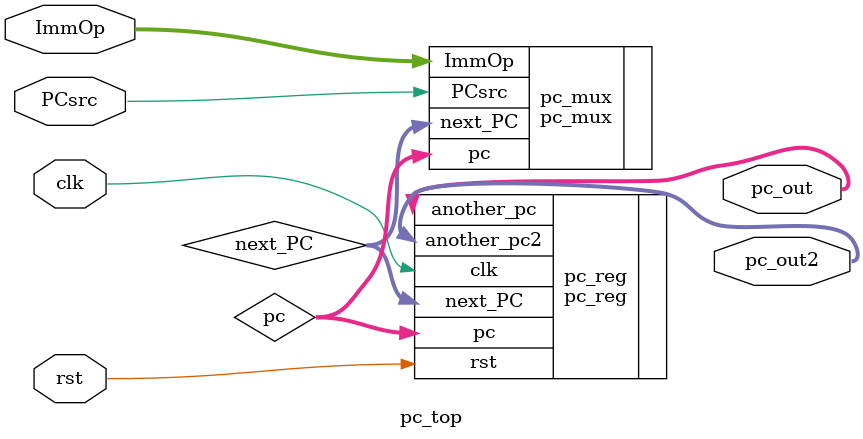
<source format=sv>
module pc_top #(
    parameter   WIDTH = 32
)(
    // interface signals
    input   logic                       clk,        // clock
    input   logic                       rst,        // reset        
    input   logic [WIDTH-1:0]           ImmOp,     
    input   logic                       PCsrc,
        output logic [WIDTH-1:0]            pc_out2,

    output logic [WIDTH-1:0]            pc_out
);

logic [WIDTH-1:0]   next_PC, pc;    // interconnect wire

pc_mux pc_mux(
    //.clk (clk),
    .PCsrc (PCsrc),
    .ImmOp (ImmOp),
    .next_PC (next_PC),
    .pc (pc)
);

pc_reg pc_reg(
    .clk (clk),
    .rst (rst),
    .next_PC (next_PC),
    .pc (pc),
        .another_pc2(pc_out2),

    .another_pc(pc_out)
);

endmodule

</source>
